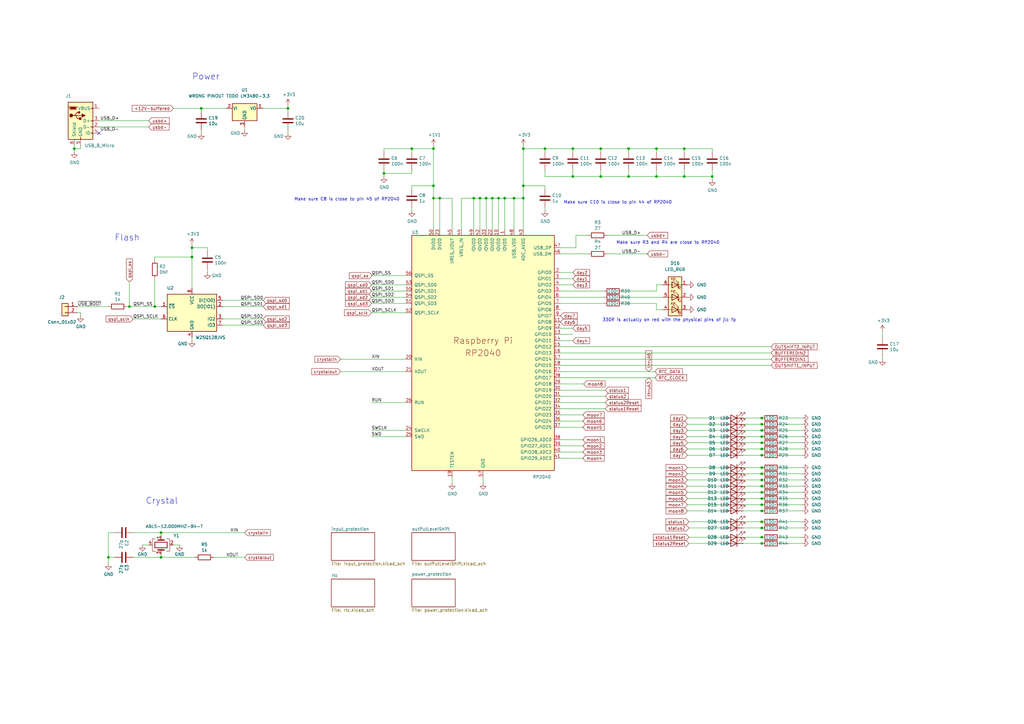
<source format=kicad_sch>
(kicad_sch (version 20211123) (generator eeschema)
  (paper "A3")
  (title_block (title "RP2040 Minimal Design Example") (date "2020-12-18") (rev "REV1") (company "Raspberry Pi (Trading) Ltd"))
  (junction (at 196.85 81.28))
  (junction (at 66.04 218.44))
  (junction (at 246.38 72.39))
  (junction (at 201.93 81.28))
  (junction (at 214.63 76.2))
  (junction (at 312.42 220.345))
  (junction (at 292.1 72.39))
  (junction (at 207.01 81.28))
  (junction (at 312.42 207.01))
  (junction (at 157.48 71.12))
  (junction (at 312.42 204.47))
  (junction (at 312.42 173.99))
  (junction (at 269.24 60.96))
  (junction (at 312.42 209.55))
  (junction (at 66.04 228.6))
  (junction (at 82.55 44.45))
  (junction (at 280.67 72.39))
  (junction (at 53.086 125.73))
  (junction (at 257.81 60.96))
  (junction (at 78.74 101.6))
  (junction (at 180.34 81.28))
  (junction (at 312.42 179.07))
  (junction (at 204.47 81.28))
  (junction (at 312.42 194.31))
  (junction (at 168.91 60.96))
  (junction (at 312.42 201.93))
  (junction (at 246.38 60.96))
  (junction (at 78.74 105.41))
  (junction (at 44.45 228.6))
  (junction (at 194.31 81.28))
  (junction (at 312.42 213.995))
  (junction (at 214.63 81.28))
  (junction (at 312.42 199.39))
  (junction (at 234.95 60.96))
  (junction (at 312.42 186.69))
  (junction (at 312.42 196.85))
  (junction (at 312.42 181.61))
  (junction (at 177.8 81.28))
  (junction (at 177.8 76.2))
  (junction (at 118.11 44.45))
  (junction (at 312.42 176.53))
  (junction (at 199.39 81.28))
  (junction (at 257.81 72.39))
  (junction (at 214.63 60.96))
  (junction (at 312.42 222.885))
  (junction (at 312.42 216.535))
  (junction (at 312.42 191.77))
  (junction (at 312.42 184.15))
  (junction (at 210.82 81.28))
  (junction (at 234.95 72.39))
  (junction (at 223.52 60.96))
  (junction (at 177.8 60.96))
  (junction (at 269.24 72.39))
  (junction (at 312.42 171.45))
  (junction (at 63.5 125.73))
  (junction (at 280.67 60.96))
  (junction (at 30.48 60.96))
  (no_connect (at 40.64 54.61))
  (polyline (pts (xy 227.33 176.53) (xy 227.33 156.21)))
  (wire (pts (xy 320.04 209.55) (xy 328.93 209.55)))
  (wire (pts (xy 361.95 135.89) (xy 361.95 138.43)))
  (wire (pts (xy 54.61 130.81) (xy 66.04 130.81)))
  (wire (pts (xy 312.42 191.77) (xy 313.69 191.77)))
  (wire (pts (xy 198.12 195.58) (xy 198.12 198.12)))
  (wire (pts (xy 312.42 220.345) (xy 313.69 220.345)))
  (wire (pts (xy 304.8 222.885) (xy 312.42 222.885)))
  (wire (pts (xy 189.23 81.28) (xy 194.31 81.28)))
  (wire (pts (xy 304.8 176.53) (xy 312.42 176.53)))
  (wire (pts (xy 229.87 185.42) (xy 239.395 185.42)))
  (wire (pts (xy 304.8 201.93) (xy 312.42 201.93)))
  (wire (pts (xy 247.65 124.46) (xy 229.87 124.46)))
  (wire (pts (xy 157.48 60.96) (xy 168.91 60.96)))
  (wire (pts (xy 234.95 114.3) (xy 229.87 114.3)))
  (wire (pts (xy 248.285 162.56) (xy 229.87 162.56)))
  (wire (pts (xy 168.91 71.12) (xy 168.91 69.85)))
  (wire (pts (xy 304.8 196.85) (xy 312.42 196.85)))
  (wire (pts (xy 44.45 125.73) (xy 31.75 125.73)))
  (wire (pts (xy 234.95 62.23) (xy 234.95 60.96)))
  (wire (pts (xy 304.8 179.07) (xy 312.42 179.07)))
  (wire (pts (xy 33.02 60.96) (xy 30.48 60.96)))
  (wire (pts (xy 247.65 119.38) (xy 229.87 119.38)))
  (wire (pts (xy 312.42 216.535) (xy 313.69 216.535)))
  (wire (pts (xy 194.31 93.98) (xy 194.31 81.28)))
  (wire (pts (xy 44.45 228.6) (xy 44.45 231.14)))
  (wire (pts (xy 63.5 106.68) (xy 63.5 105.41)))
  (wire (pts (xy 85.09 110.49) (xy 85.09 111.76)))
  (wire (pts (xy 320.04 194.31) (xy 328.93 194.31)))
  (wire (pts (xy 157.48 62.23) (xy 157.48 60.96)))
  (wire (pts (xy 207.01 81.28) (xy 207.01 93.98)))
  (wire (pts (xy 312.42 176.53) (xy 313.69 176.53)))
  (wire (pts (xy 280.67 72.39) (xy 269.24 72.39)))
  (wire (pts (xy 33.02 128.27) (xy 33.02 129.54)))
  (wire (pts (xy 78.74 101.6) (xy 78.74 105.41)))
  (wire (pts (xy 180.34 93.98) (xy 180.34 81.28)))
  (wire (pts (xy 229.87 147.32) (xy 316.23 147.32)))
  (wire (pts (xy 313.69 181.61) (xy 312.42 181.61)))
  (wire (pts (xy 31.75 128.27) (xy 33.02 128.27)))
  (wire (pts (xy 257.81 72.39) (xy 246.38 72.39)))
  (wire (pts (xy 312.42 194.31) (xy 313.69 194.31)))
  (wire (pts (xy 229.87 187.96) (xy 239.395 187.96)))
  (wire (pts (xy 320.04 184.15) (xy 328.93 184.15)))
  (wire (pts (xy 320.04 173.99) (xy 328.93 173.99)))
  (wire (pts (xy 320.04 220.345) (xy 328.93 220.345)))
  (wire (pts (xy 281.94 209.55) (xy 297.18 209.55)))
  (wire (pts (xy 30.48 60.96) (xy 30.48 62.23)))
  (wire (pts (xy 177.8 60.96) (xy 177.8 76.2)))
  (wire (pts (xy 196.85 93.98) (xy 196.85 81.28)))
  (wire (pts (xy 214.63 81.28) (xy 214.63 93.98)))
  (wire (pts (xy 246.38 69.85) (xy 246.38 72.39)))
  (wire (pts (xy 281.94 196.85) (xy 297.18 196.85)))
  (wire (pts (xy 180.34 81.28) (xy 177.8 81.28)))
  (wire (pts (xy 304.8 213.995) (xy 312.42 213.995)))
  (wire (pts (xy 320.04 191.77) (xy 328.93 191.77)))
  (wire (pts (xy 118.11 44.45) (xy 118.11 43.18)))
  (wire (pts (xy 282.575 220.345) (xy 297.18 220.345)))
  (wire (pts (xy 268.605 154.94) (xy 229.87 154.94)))
  (wire (pts (xy 63.5 114.3) (xy 63.5 125.73)))
  (wire (pts (xy 196.85 81.28) (xy 199.39 81.28)))
  (wire (pts (xy 194.31 81.28) (xy 196.85 81.28)))
  (wire (pts (xy 214.63 59.69) (xy 214.63 60.96)))
  (wire (pts (xy 246.38 60.96) (xy 257.81 60.96)))
  (wire (pts (xy 282.575 216.535) (xy 297.18 216.535)))
  (wire (pts (xy 168.91 60.96) (xy 177.8 60.96)))
  (wire (pts (xy 269.24 62.23) (xy 269.24 60.96)))
  (wire (pts (xy 40.64 49.53) (xy 60.96 49.53)))
  (wire (pts (xy 257.81 69.85) (xy 257.81 72.39)))
  (wire (pts (xy 229.87 157.48) (xy 239.395 157.48)))
  (wire (pts (xy 177.8 76.2) (xy 177.8 81.28)))
  (wire (pts (xy 269.24 60.96) (xy 280.67 60.96)))
  (wire (pts (xy 304.8 184.15) (xy 312.42 184.15)))
  (wire (pts (xy 312.42 171.45) (xy 313.69 171.45)))
  (wire (pts (xy 248.285 167.64) (xy 229.87 167.64)))
  (wire (pts (xy 229.87 101.6) (xy 236.22 101.6)))
  (wire (pts (xy 234.95 72.39) (xy 223.52 72.39)))
  (wire (pts (xy 281.94 171.45) (xy 297.18 171.45)))
  (wire (pts (xy 269.24 119.38) (xy 269.24 116.84)))
  (wire (pts (xy 33.02 59.69) (xy 33.02 60.96)))
  (wire (pts (xy 292.1 72.39) (xy 292.1 73.66)))
  (wire (pts (xy 139.7 152.4) (xy 166.37 152.4)))
  (wire (pts (xy 229.87 149.86) (xy 316.23 149.86)))
  (wire (pts (xy 168.91 62.23) (xy 168.91 60.96)))
  (wire (pts (xy 229.87 104.14) (xy 241.3 104.14)))
  (wire (pts (xy 66.04 228.6) (xy 80.01 228.6)))
  (wire (pts (xy 234.95 137.16) (xy 229.87 137.16)))
  (wire (pts (xy 139.7 147.32) (xy 166.37 147.32)))
  (wire (pts (xy 214.63 60.96) (xy 223.52 60.96)))
  (wire (pts (xy 44.45 218.44) (xy 44.45 228.6)))
  (wire (pts (xy 46.99 218.44) (xy 44.45 218.44)))
  (wire (pts (xy 304.8 207.01) (xy 312.42 207.01)))
  (wire (pts (xy 82.55 53.34) (xy 82.55 54.61)))
  (wire (pts (xy 168.91 77.47) (xy 168.91 76.2)))
  (wire (pts (xy 304.8 209.55) (xy 312.42 209.55)))
  (wire (pts (xy 312.42 201.93) (xy 313.69 201.93)))
  (wire (pts (xy 281.94 173.99) (xy 297.18 173.99)))
  (wire (pts (xy 223.52 60.96) (xy 234.95 60.96)))
  (wire (pts (xy 236.22 96.52) (xy 236.22 101.6)))
  (wire (pts (xy 257.81 60.96) (xy 269.24 60.96)))
  (wire (pts (xy 304.8 181.61) (xy 312.42 181.61)))
  (wire (pts (xy 229.87 175.26) (xy 239.395 175.26)))
  (wire (pts (xy 185.42 81.28) (xy 180.34 81.28)))
  (wire (pts (xy 166.37 113.03) (xy 152.4 113.03)))
  (wire (pts (xy 223.52 77.47) (xy 223.52 76.2)))
  (wire (pts (xy 247.65 121.92) (xy 229.87 121.92)))
  (wire (pts (xy 255.27 121.92) (xy 271.78 121.92)))
  (wire (pts (xy 320.04 181.61) (xy 328.93 181.61)))
  (wire (pts (xy 280.67 72.39) (xy 292.1 72.39)))
  (wire (pts (xy 269.24 72.39) (xy 257.81 72.39)))
  (wire (pts (xy 229.87 182.88) (xy 239.395 182.88)))
  (wire (pts (xy 53.086 125.73) (xy 63.5 125.73)))
  (wire (pts (xy 53.086 115.57) (xy 53.086 125.73)))
  (wire (pts (xy 223.52 62.23) (xy 223.52 60.96)))
  (wire (pts (xy 304.8 186.69) (xy 312.42 186.69)))
  (wire (pts (xy 199.39 81.28) (xy 201.93 81.28)))
  (wire (pts (xy 234.95 111.76) (xy 229.87 111.76)))
  (wire (pts (xy 223.52 85.09) (xy 223.52 86.36)))
  (wire (pts (xy 281.94 201.93) (xy 297.18 201.93)))
  (wire (pts (xy 201.93 81.28) (xy 204.47 81.28)))
  (wire (pts (xy 152.4 119.38) (xy 166.37 119.38)))
  (wire (pts (xy 292.1 62.23) (xy 292.1 60.96)))
  (wire (pts (xy 166.37 176.53) (xy 152.4 176.53)))
  (wire (pts (xy 207.01 81.28) (xy 210.82 81.28)))
  (wire (pts (xy 257.81 62.23) (xy 257.81 60.96)))
  (wire (pts (xy 248.92 96.52) (xy 265.43 96.52)))
  (wire (pts (xy 312.42 186.69) (xy 313.69 186.69)))
  (wire (pts (xy 234.95 69.85) (xy 234.95 72.39)))
  (wire (pts (xy 229.87 172.72) (xy 239.395 172.72)))
  (wire (pts (xy 185.42 93.98) (xy 185.42 81.28)))
  (wire (pts (xy 85.09 101.6) (xy 78.74 101.6)))
  (wire (pts (xy 304.8 173.99) (xy 312.42 173.99)))
  (wire (pts (xy 168.91 85.09) (xy 168.91 86.36)))
  (wire (pts (xy 177.8 59.69) (xy 177.8 60.96)))
  (wire (pts (xy 312.42 179.07) (xy 313.69 179.07)))
  (wire (pts (xy 91.44 123.19) (xy 107.95 123.19)))
  (wire (pts (xy 157.48 71.12) (xy 168.91 71.12)))
  (wire (pts (xy 152.4 121.92) (xy 166.37 121.92)))
  (wire (pts (xy 66.04 219.71) (xy 66.04 218.44)))
  (wire (pts (xy 255.27 119.38) (xy 269.24 119.38)))
  (wire (pts (xy 210.82 93.98) (xy 210.82 81.28)))
  (wire (pts (xy 91.44 125.73) (xy 107.95 125.73)))
  (wire (pts (xy 152.4 124.46) (xy 166.37 124.46)))
  (wire (pts (xy 229.87 170.18) (xy 239.395 170.18)))
  (wire (pts (xy 271.78 116.84) (xy 269.24 116.84)))
  (wire (pts (xy 82.55 44.45) (xy 92.71 44.45)))
  (wire (pts (xy 281.94 184.15) (xy 297.18 184.15)))
  (wire (pts (xy 91.44 133.35) (xy 107.95 133.35)))
  (wire (pts (xy 100.33 52.07) (xy 100.33 53.34)))
  (wire (pts (xy 282.575 213.995) (xy 297.18 213.995)))
  (wire (pts (xy 304.8 191.77) (xy 312.42 191.77)))
  (wire (pts (xy 304.8 194.31) (xy 312.42 194.31)))
  (wire (pts (xy 269.24 127) (xy 269.24 124.46)))
  (wire (pts (xy 320.04 216.535) (xy 328.93 216.535)))
  (wire (pts (xy 361.95 146.05) (xy 361.95 147.32)))
  (wire (pts (xy 280.67 69.85) (xy 280.67 72.39)))
  (wire (pts (xy 107.95 44.45) (xy 118.11 44.45)))
  (wire (pts (xy 58.42 223.52) (xy 60.96 223.52)))
  (wire (pts (xy 246.38 62.23) (xy 246.38 60.96)))
  (wire (pts (xy 166.37 165.1) (xy 152.4 165.1)))
  (wire (pts (xy 204.47 81.28) (xy 207.01 81.28)))
  (wire (pts (xy 234.95 116.84) (xy 229.87 116.84)))
  (wire (pts (xy 312.42 222.885) (xy 313.69 222.885)))
  (wire (pts (xy 281.94 176.53) (xy 297.18 176.53)))
  (wire (pts (xy 280.67 62.23) (xy 280.67 60.96)))
  (wire (pts (xy 292.1 69.85) (xy 292.1 72.39)))
  (wire (pts (xy 168.91 76.2) (xy 177.8 76.2)))
  (wire (pts (xy 118.11 45.72) (xy 118.11 44.45)))
  (wire (pts (xy 268.605 152.4) (xy 229.87 152.4)))
  (wire (pts (xy 210.82 81.28) (xy 214.63 81.28)))
  (wire (pts (xy 46.99 228.6) (xy 44.45 228.6)))
  (wire (pts (xy 54.61 228.6) (xy 66.04 228.6)))
  (wire (pts (xy 73.66 223.52) (xy 71.12 223.52)))
  (wire (pts (xy 91.44 130.81) (xy 107.95 130.81)))
  (wire (pts (xy 82.55 45.72) (xy 82.55 44.45)))
  (wire (pts (xy 214.63 76.2) (xy 214.63 81.28)))
  (wire (pts (xy 271.78 127) (xy 269.24 127)))
  (wire (pts (xy 281.94 191.77) (xy 297.18 191.77)))
  (wire (pts (xy 312.42 213.995) (xy 313.69 213.995)))
  (wire (pts (xy 78.74 100.33) (xy 78.74 101.6)))
  (wire (pts (xy 320.04 179.07) (xy 328.93 179.07)))
  (wire (pts (xy 52.07 125.73) (xy 53.086 125.73)))
  (wire (pts (xy 78.74 138.43) (xy 78.74 139.7)))
  (wire (pts (xy 281.94 194.31) (xy 297.18 194.31)))
  (wire (pts (xy 320.04 204.47) (xy 328.93 204.47)))
  (wire (pts (xy 185.42 195.58) (xy 185.42 198.12)))
  (wire (pts (xy 320.04 176.53) (xy 328.93 176.53)))
  (wire (pts (xy 304.8 171.45) (xy 312.42 171.45)))
  (wire (pts (xy 320.04 186.69) (xy 328.93 186.69)))
  (wire (pts (xy 201.93 93.98) (xy 201.93 81.28)))
  (wire (pts (xy 320.04 196.85) (xy 328.93 196.85)))
  (wire (pts (xy 189.23 93.98) (xy 189.23 81.28)))
  (wire (pts (xy 281.94 186.69) (xy 297.18 186.69)))
  (wire (pts (xy 304.8 204.47) (xy 312.42 204.47)))
  (wire (pts (xy 85.09 102.87) (xy 85.09 101.6)))
  (wire (pts (xy 234.95 139.7) (xy 229.87 139.7)))
  (wire (pts (xy 312.42 207.01) (xy 313.69 207.01)))
  (wire (pts (xy 313.69 204.47) (xy 312.42 204.47)))
  (wire (pts (xy 229.87 180.34) (xy 239.395 180.34)))
  (wire (pts (xy 66.04 227.33) (xy 66.04 228.6)))
  (wire (pts (xy 248.92 104.14) (xy 266.065 104.14)))
  (wire (pts (xy 234.95 60.96) (xy 246.38 60.96)))
  (wire (pts (xy 199.39 93.98) (xy 199.39 81.28)))
  (wire (pts (xy 157.48 69.85) (xy 157.48 71.12)))
  (wire (pts (xy 157.48 71.12) (xy 157.48 72.39)))
  (wire (pts (xy 118.11 53.34) (xy 118.11 54.61)))
  (wire (pts (xy 229.87 142.24) (xy 316.23 142.24)))
  (wire (pts (xy 282.575 222.885) (xy 297.18 222.885)))
  (wire (pts (xy 281.94 181.61) (xy 297.18 181.61)))
  (wire (pts (xy 280.67 60.96) (xy 292.1 60.96)))
  (wire (pts (xy 30.48 59.69) (xy 30.48 60.96)))
  (wire (pts (xy 320.04 213.995) (xy 328.93 213.995)))
  (wire (pts (xy 204.47 93.98) (xy 204.47 81.28)))
  (wire (pts (xy 304.8 220.345) (xy 312.42 220.345)))
  (wire (pts (xy 320.04 222.885) (xy 328.93 222.885)))
  (wire (pts (xy 63.5 105.41) (xy 78.74 105.41)))
  (wire (pts (xy 246.38 72.39) (xy 234.95 72.39)))
  (wire (pts (xy 281.94 204.47) (xy 297.18 204.47)))
  (wire (pts (xy 78.74 105.41) (xy 78.74 118.11)))
  (wire (pts (xy 312.42 184.15) (xy 313.69 184.15)))
  (wire (pts (xy 248.285 160.02) (xy 229.87 160.02)))
  (wire (pts (xy 320.04 207.01) (xy 328.93 207.01)))
  (wire (pts (xy 281.94 179.07) (xy 297.18 179.07)))
  (wire (pts (xy 304.8 216.535) (xy 312.42 216.535)))
  (wire (pts (xy 269.24 69.85) (xy 269.24 72.39)))
  (wire (pts (xy 248.285 165.1) (xy 229.87 165.1)))
  (wire (pts (xy 54.61 218.44) (xy 66.04 218.44)))
  (wire (pts (xy 320.04 201.93) (xy 328.93 201.93)))
  (wire (pts (xy 177.8 81.28) (xy 177.8 93.98)))
  (wire (pts (xy 229.87 144.78) (xy 316.23 144.78)))
  (wire (pts (xy 71.12 44.45) (xy 82.55 44.45)))
  (wire (pts (xy 236.22 96.52) (xy 241.3 96.52)))
  (wire (pts (xy 281.94 207.01) (xy 297.18 207.01)))
  (wire (pts (xy 320.04 199.39) (xy 328.93 199.39)))
  (wire (pts (xy 223.52 69.85) (xy 223.52 72.39)))
  (wire (pts (xy 255.27 124.46) (xy 269.24 124.46)))
  (wire (pts (xy 320.04 171.45) (xy 328.93 171.45)))
  (wire (pts (xy 66.04 218.44) (xy 100.33 218.44)))
  (wire (pts (xy 281.94 199.39) (xy 297.18 199.39)))
  (wire (pts (xy 87.63 228.6) (xy 100.33 228.6)))
  (wire (pts (xy 40.64 52.07) (xy 60.96 52.07)))
  (wire (pts (xy 312.42 199.39) (xy 313.69 199.39)))
  (wire (pts (xy 312.42 196.85) (xy 313.69 196.85)))
  (wire (pts (xy 166.37 179.07) (xy 152.4 179.07)))
  (wire (pts (xy 166.37 128.27) (xy 152.4 128.27)))
  (wire (pts (xy 313.69 173.99) (xy 312.42 173.99)))
  (wire (pts (xy 214.63 60.96) (xy 214.63 76.2)))
  (wire (pts (xy 152.4 116.84) (xy 166.37 116.84)))
  (wire (pts (xy 304.8 199.39) (xy 312.42 199.39)))
  (wire (pts (xy 214.63 76.2) (xy 223.52 76.2)))
  (wire (pts (xy 313.69 209.55) (xy 312.42 209.55)))
  (wire (pts (xy 63.5 125.73) (xy 66.04 125.73)))
  (wire (pts (xy 234.95 134.62) (xy 229.87 134.62)))
  (text "Power" (at 78.74 33.02 0) (effects (font (size 2.54 2.54)) (justify left bottom)))
  (text "Flash" (at 46.99 99.06 0) (effects (font (size 2.54 2.54)) (justify left bottom)))
  (text "Crystal" (at 59.69 207.01 0) (effects (font (size 2.54 2.54)) (justify left bottom)))
  (text "Make sure R3 and R4 are close to RP2040" (at 252.73 100.33 0) (effects (font (size 1.27 1.27)) (justify left bottom)))
  (text "Make sure C8 is close to pin 45 of RP2040" (at 120.65 82.55 0) (effects (font (size 1.27 1.27)) (justify left bottom)))
  (text "330R is actually on red with the physical pins of jlc fp\n" (at 247.015 132.08 0) (effects (font (size 1.27 1.27)) (justify left bottom)))
  (text "Make sure C10 is close to pin 44 of RP2040" (at 231.14 83.82 0) (effects (font (size 1.27 1.27)) (justify left bottom)))
  (label "QSPI_SD0" (at 107.95 123.19 180))
  (label "USB_D-" (at 48.895 53.975 180))
  (label "QSPI_SD3" (at 152.4 124.46 0))
  (label "USB_D+" (at 262.89 96.52 180))
  (label "USB_D-" (at 262.89 104.14 180))
  (label "QSPI_SD1" (at 152.4 119.38 0))
  (label "QSPI_SCLK" (at 152.4 128.27 0))
  (label "USB_D+" (at 48.895 49.53 180))
  (label "QSPI_SD2" (at 152.4 121.92 0))
  (label "QSPI_SCLK" (at 54.61 130.81 0))
  (label "XOUT" (at 152.4 152.4 0))
  (label "QSPI_SD2" (at 107.95 130.81 180))
  (label "SWCLK" (at 152.4 176.53 0))
  (label "QSPI_SD3" (at 107.95 133.35 180))
  (label "QSPI_SS" (at 54.61 125.73 0))
  (label "XOUT" (at 97.79 228.6 180))
  (label "~{USB_BOOT}" (at 31.75 125.73 0))
  (label "XIN" (at 97.79 218.44 180))
  (label "SWD" (at 152.4 179.07 0))
  (label "QSPI_SD1" (at 107.95 125.73 180))
  (label "XIN" (at 152.4 147.32 0))
  (label "QSPI_SS" (at 152.4 113.03 0))
  (label "QSPI_SD0" (at 152.4 116.84 0))
  (label "RUN" (at 152.4 165.1 0))
  (global_label "day7" (shape input) (at 281.94 186.69 180) (property "Intersheet References" "${INTERSHEET_REFS}" (effects hide)))
  (global_label "moon2" (shape input) (at 281.94 194.31 180) (property "Intersheet References" "${INTERSHEET_REFS}" (effects hide)))
  (global_label "status1Reset" (shape input) (at 248.285 167.64 0) (property "Intersheet References" "${INTERSHEET_REFS}" (effects hide)))
  (global_label "qspi_sclk" (shape input) (at 152.4 128.27 180) (property "Intersheet References" "${INTERSHEET_REFS}" (effects hide)))
  (global_label "RTC_DATA" (shape input) (at 268.605 152.4 0) (property "Intersheet References" "${INTERSHEET_REFS}" (effects hide)))
  (global_label "+12V-buffered" (shape input) (at 71.12 44.45 180) (property "Intersheet References" "${INTERSHEET_REFS}" (effects hide)))
  (global_label "usbd+" (shape input) (at 265.43 96.52 0) (property "Intersheet References" "${INTERSHEET_REFS}" (effects hide)))
  (global_label "status2Reset" (shape input) (at 282.575 222.885 180) (property "Intersheet References" "${INTERSHEET_REFS}" (effects hide)))
  (global_label "crystalout" (shape input) (at 100.33 228.6 0) (property "Intersheet References" "${INTERSHEET_REFS}" (effects hide)))
  (global_label "day3" (shape input) (at 281.94 176.53 180) (property "Intersheet References" "${INTERSHEET_REFS}" (effects hide)))
  (global_label "qspi_sd3" (shape input) (at 107.95 133.35 0) (property "Intersheet References" "${INTERSHEET_REFS}" (effects hide)))
  (global_label "OUTSHIFT2_INPUT" (shape input) (at 316.23 142.24 0) (property "Intersheet References" "${INTERSHEET_REFS}" (effects hide)))
  (global_label "thruA6" (shape input) (at 266.065 152.4 90) (property "Intersheet References" "${INTERSHEET_REFS}" (effects hide)))
  (global_label "moon5" (shape input) (at 239.014 175.26 0) (property "Intersheet References" "${INTERSHEET_REFS}" (effects hide)))
  (global_label "status2Reset" (shape input) (at 248.285 165.1 0) (property "Intersheet References" "${INTERSHEET_REFS}" (effects hide)))
  (global_label "qspi_ss" (shape input) (at 152.654 113.03 180) (property "Intersheet References" "${INTERSHEET_REFS}" (effects hide)))
  (global_label "qspi_sd1" (shape input) (at 152.4 119.38 180) (property "Intersheet References" "${INTERSHEET_REFS}" (effects hide)))
  (global_label "moon1" (shape input) (at 239.014 180.34 0) (property "Intersheet References" "${INTERSHEET_REFS}" (effects hide)))
  (global_label "RTC_CLOCK" (shape input) (at 268.605 154.94 0) (property "Intersheet References" "${INTERSHEET_REFS}" (effects hide)))
  (global_label "qspi_sd2" (shape input) (at 152.4 121.92 180) (property "Intersheet References" "${INTERSHEET_REFS}" (effects hide)))
  (global_label "usbd-" (shape input) (at 265.43 104.14 0) (property "Intersheet References" "${INTERSHEET_REFS}" (effects hide)))
  (global_label "crystalout" (shape input) (at 139.7 152.4 180) (property "Intersheet References" "${INTERSHEET_REFS}" (effects hide)))
  (global_label "qspi_sd1" (shape input) (at 107.95 125.73 0) (property "Intersheet References" "${INTERSHEET_REFS}" (effects hide)))
  (global_label "status1" (shape input) (at 282.575 213.995 180) (property "Intersheet References" "${INTERSHEET_REFS}" (effects hide)))
  (global_label "day6" (shape input) (at 281.94 184.15 180) (property "Intersheet References" "${INTERSHEET_REFS}" (effects hide)))
  (global_label "status2" (shape input) (at 248.285 162.56 0) (property "Intersheet References" "${INTERSHEET_REFS}" (effects hide)))
  (global_label "day7" (shape input) (at 229.87 129.54 0) (property "Intersheet References" "${INTERSHEET_REFS}" (effects hide)))
  (global_label "BUFFEREDIN2" (shape input) (at 316.23 144.78 0) (property "Intersheet References" "${INTERSHEET_REFS}" (effects hide)))
  (global_label "status2" (shape input) (at 282.575 216.535 180) (property "Intersheet References" "${INTERSHEET_REFS}" (effects hide)))
  (global_label "day4" (shape input) (at 234.95 139.7 0) (property "Intersheet References" "${INTERSHEET_REFS}" (effects hide)))
  (global_label "qspi_sd3" (shape input) (at 152.4 124.46 180) (property "Intersheet References" "${INTERSHEET_REFS}" (effects hide)))
  (global_label "moon7" (shape input) (at 239.014 170.18 0) (property "Intersheet References" "${INTERSHEET_REFS}" (effects hide)))
  (global_label "crystalin" (shape input) (at 139.7 147.32 180) (property "Intersheet References" "${INTERSHEET_REFS}" (effects hide)))
  (global_label "moon2" (shape input) (at 239.014 182.88 0) (property "Intersheet References" "${INTERSHEET_REFS}" (effects hide)))
  (global_label "usbd+" (shape input) (at 60.96 49.53 0) (property "Intersheet References" "${INTERSHEET_REFS}" (effects hide)))
  (global_label "qspi_sd2" (shape input) (at 107.95 130.81 0) (property "Intersheet References" "${INTERSHEET_REFS}" (effects hide)))
  (global_label "moon8" (shape input) (at 239.395 157.48 0) (property "Intersheet References" "${INTERSHEET_REFS}" (effects hide)))
  (global_label "status1Reset" (shape input) (at 282.575 220.345 180) (property "Intersheet References" "${INTERSHEET_REFS}" (effects hide)))
  (global_label "moon8" (shape input) (at 281.94 209.55 180) (property "Intersheet References" "${INTERSHEET_REFS}" (effects hide)))
  (global_label "moon4" (shape input) (at 239.014 187.96 0) (property "Intersheet References" "${INTERSHEET_REFS}" (effects hide)))
  (global_label "day2" (shape input) (at 281.94 173.99 180) (property "Intersheet References" "${INTERSHEET_REFS}" (effects hide)))
  (global_label "OUTSHIFT1_INPUT" (shape input) (at 316.23 149.86 0) (property "Intersheet References" "${INTERSHEET_REFS}" (effects hide)))
  (global_label "day3" (shape input) (at 234.95 116.84 0) (property "Intersheet References" "${INTERSHEET_REFS}" (effects hide)))
  (global_label "usbd-" (shape input) (at 60.96 52.07 0) (property "Intersheet References" "${INTERSHEET_REFS}" (effects hide)))
  (global_label "day2" (shape input) (at 234.95 111.76 0) (property "Intersheet References" "${INTERSHEET_REFS}" (effects hide)))
  (global_label "BUFFEREDIN1" (shape input) (at 316.23 147.32 0) (property "Intersheet References" "${INTERSHEET_REFS}" (effects hide)))
  (global_label "moon5" (shape input) (at 281.94 201.93 180) (property "Intersheet References" "${INTERSHEET_REFS}" (effects hide)))
  (global_label "day1" (shape input) (at 281.94 171.45 180) (property "Intersheet References" "${INTERSHEET_REFS}" (effects hide)))
  (global_label "day5" (shape input) (at 281.94 181.61 180) (property "Intersheet References" "${INTERSHEET_REFS}" (effects hide)))
  (global_label "thruA3" (shape input) (at 266.065 154.94 270) (property "Intersheet References" "${INTERSHEET_REFS}" (effects hide)))
  (global_label "moon1" (shape input) (at 281.94 191.77 180) (property "Intersheet References" "${INTERSHEET_REFS}" (effects hide)))
  (global_label "day1" (shape input) (at 234.95 114.3 0) (property "Intersheet References" "${INTERSHEET_REFS}" (effects hide)))
  (global_label "day6" (shape input) (at 229.87 132.08 0) (property "Intersheet References" "${INTERSHEET_REFS}" (effects hide)))
  (global_label "moon6" (shape input) (at 239.014 172.72 0) (property "Intersheet References" "${INTERSHEET_REFS}" (effects hide)))
  (global_label "qspi_sd0" (shape input) (at 107.95 123.19 0) (property "Intersheet References" "${INTERSHEET_REFS}" (effects hide)))
  (global_label "day5" (shape input) (at 234.95 134.62 0) (property "Intersheet References" "${INTERSHEET_REFS}" (effects hide)))
  (global_label "qspi_sclk" (shape input) (at 54.61 130.81 180) (property "Intersheet References" "${INTERSHEET_REFS}" (effects hide)))
  (global_label "moon3" (shape input) (at 281.94 196.85 180) (property "Intersheet References" "${INTERSHEET_REFS}" (effects hide)))
  (global_label "status1" (shape input) (at 248.285 160.02 0) (property "Intersheet References" "${INTERSHEET_REFS}" (effects hide)))
  (global_label "moon4" (shape input) (at 281.94 199.39 180) (property "Intersheet References" "${INTERSHEET_REFS}" (effects hide)))
  (global_label "moon6" (shape input) (at 281.94 204.47 180) (property "Intersheet References" "${INTERSHEET_REFS}" (effects hide)))
  (global_label "moon7" (shape input) (at 281.94 207.01 180) (property "Intersheet References" "${INTERSHEET_REFS}" (effects hide)))
  (global_label "crystalin" (shape input) (at 100.33 218.44 0) (property "Intersheet References" "${INTERSHEET_REFS}" (effects hide)))
  (global_label "qspi_sd0" (shape input) (at 152.4 116.84 180) (property "Intersheet References" "${INTERSHEET_REFS}" (effects hide)))
  (global_label "day4" (shape input) (at 281.94 179.07 180) (property "Intersheet References" "${INTERSHEET_REFS}" (effects hide)))
  (global_label "moon3" (shape input) (at 239.014 185.42 0) (property "Intersheet References" "${INTERSHEET_REFS}" (effects hide)))
  (global_label "qspi_ss" (shape input) (at 53.086 115.57 90) (property "Intersheet References" "${INTERSHEET_REFS}" (effects hide)))
  (symbol (lib_id "MCU_RaspberryPi_RP2040:RP2040") (at 198.12 144.78 0) (unit 1)
    (property "Reference" "U3" (at 170.18 95.25 0))
    (property "Value" "RP2040" (at 222.25 195.58 0))
    (property "Footprint" "RP2040_minimal:RP2040-QFN-56" (effects hide))
    (property "JLC part Number" "C2040" (effects hide))
    (property "LCSC" "C2040" (effects hide))
  )
  (symbol (lib_id "Device:C") (at 50.8 218.44 270) (unit 1)
    (property "Reference" "C2" (at 51.9684 221.361 0) (effects (justify left)))
    (property "Value" "27p" (at 49.657 221.361 0) (effects (justify left)))
    (property "Footprint" "Capacitor_SMD:C_0402_1005Metric" (effects hide))
    (property "JLC part Number" "C1557" (effects hide))
    (property "LCSC" "C1557" (effects hide))
  )
  (symbol (lib_id "Device:C") (at 50.8 228.6 270) (unit 1)
    (property "Reference" "C3" (at 51.9684 231.521 0) (effects (justify left)))
    (property "Value" "27p" (at 49.657 231.521 0) (effects (justify left)))
    (property "Footprint" "Capacitor_SMD:C_0402_1005Metric" (effects hide))
    (property "JLC part Number" "C1557" (effects hide))
    (property "LCSC" "C1557" (effects hide))
  )
  (symbol (lib_id "power:GND") (at 44.45 231.14 0) (unit 1)
    (property "Reference" "#PWR06" (effects hide))
    (property "Value" "GND" (at 44.577 235.5342 0))
  )
  (symbol (lib_id "Memory_Flash:W25Q128JVS") (at 78.74 128.27 0) (unit 1)
    (property "Reference" "U2" (at 69.85 118.11 0))
    (property "Value" "W25Q128JVS" (at 86.36 138.43 0))
    (property "Footprint" "Package_SON:WSON-8-1EP_4x4mm_P0.8mm_EP2.2x3mm" (effects hide))
    (property "Datasheet" "http://www.winbond.com/resource-files/w25q128jv_dtr%20revc%2003272018%20plus.pdf" (effects hide))
    (property "JLC part Number" "C97521" (effects hide))
    (property "LCSC" "C97521" (effects hide))
  )
  (symbol (lib_id "power:+3V3") (at 78.74 100.33 0) (unit 1)
    (property "Reference" "#PWR07" (effects hide))
    (property "Value" "+3V3" (at 79.121 95.9358 0))
  )
  (symbol (lib_id "power:GND") (at 78.74 139.7 0) (unit 1)
    (property "Reference" "#PWR08" (effects hide))
    (property "Value" "GND" (at 74.93 140.97 0))
  )
  (symbol (lib_id "Device:R") (at 63.5 110.49 0) (unit 1)
    (property "Reference" "R2" (at 65.278 109.3216 0) (effects (justify left)))
    (property "Value" "DNF" (at 65.278 111.633 0) (effects (justify left)))
    (property "Footprint" "Capacitor_SMD:C_0402_1005Metric" (effects hide))
  )
  (symbol (lib_id "Device:R") (at 48.26 125.73 270) (unit 1)
    (property "Reference" "R1" (at 48.26 120.4722 90))
    (property "Value" "1k" (at 48.26 122.7836 90))
    (property "Footprint" "Capacitor_SMD:C_0402_1005Metric" (effects hide))
    (property "LCSC" "C102748" (effects hide))
  )
  (symbol (lib_id "Device:C") (at 85.09 106.68 0) (unit 1)
    (property "Reference" "C5" (at 88.011 105.5116 0) (effects (justify left)))
    (property "Value" "100n" (at 88.011 107.823 0) (effects (justify left)))
    (property "Footprint" "Capacitor_SMD:C_0402_1005Metric" (effects hide))
    (property "JLC part Number" "C1525" (effects hide))
    (property "LCSC" "C1525" (effects hide))
  )
  (symbol (lib_id "power:GND") (at 85.09 111.76 0) (unit 1)
    (property "Reference" "#PWR011" (effects hide))
    (property "Value" "GND" (at 88.9 113.03 0))
  )
  (symbol (lib_id "RP2040_minimal-rescue:USB_B_Micro-Connector") (at 33.02 49.53 0) (unit 1)
    (property "Reference" "J1" (at 29.21 39.37 0) (effects (justify right)))
    (property "Value" "USB_B_Micro" (at 46.99 59.69 0) (effects (justify right)))
    (property "Footprint" "RP2040_minimal:USB_Micro-B_Amphenol_10103594-0001LF_Horizontal_modified" (effects hide))
    (property "LCSC" "C404969" (effects hide))
  )
  (symbol (lib_id "power:GND") (at 198.12 198.12 0) (unit 1)
    (property "Reference" "#PWR016" (effects hide))
    (property "Value" "GND" (at 198.247 202.5142 0))
  )
  (symbol (lib_id "power:GND") (at 185.42 198.12 0) (unit 1)
    (property "Reference" "#PWR015" (effects hide))
    (property "Value" "GND" (at 185.547 202.5142 0))
  )
  (symbol (lib_id "Device:R") (at 245.11 96.52 270) (unit 1)
    (property "Reference" "R3" (at 245.11 91.2622 90))
    (property "Value" "27" (at 245.11 93.5736 90))
    (property "Footprint" "Capacitor_SMD:C_0402_1005Metric" (effects hide))
    (property "JLC part Number" "C25100" (effects hide))
    (property "LCSC" "C25100" (effects hide))
  )
  (symbol (lib_id "Device:R") (at 245.11 104.14 270) (unit 1)
    (property "Reference" "R4" (at 245.11 99.06 90))
    (property "Value" "27" (at 245.11 101.6 90))
    (property "Footprint" "Capacitor_SMD:C_0402_1005Metric" (effects hide))
    (property "JLC part Number" "C25100" (effects hide))
    (property "LCSC" "C25100" (effects hide))
  )
  (symbol (lib_id "power:GND") (at 30.48 62.23 0) (unit 1)
    (property "Reference" "#PWR01" (effects hide))
    (property "Value" "GND" (at 30.607 66.6242 0))
  )
  (symbol (lib_id "power:+3V3") (at 214.63 59.69 0) (unit 1)
    (property "Reference" "#PWR017" (effects hide))
    (property "Value" "+3V3" (at 215.011 55.2958 0))
  )
  (symbol (lib_id "power:+1V1") (at 177.8 59.69 0) (unit 1)
    (property "Reference" "#PWR014" (effects hide))
    (property "Value" "+1V1" (at 178.181 55.2958 0))
  )
  (symbol (lib_id "Device:C") (at 223.52 66.04 0) (unit 1)
    (property "Reference" "C9" (at 226.441 64.8716 0) (effects (justify left)))
    (property "Value" "100n" (at 226.441 67.183 0) (effects (justify left)))
    (property "Footprint" "Capacitor_SMD:C_0402_1005Metric" (effects hide))
    (property "JLC part Number" "C1525" (effects hide))
    (property "LCSC" "C1525" (effects hide))
  )
  (symbol (lib_id "Device:C") (at 234.95 66.04 0) (unit 1)
    (property "Reference" "C11" (at 237.871 64.8716 0) (effects (justify left)))
    (property "Value" "100n" (at 237.871 67.183 0) (effects (justify left)))
    (property "Footprint" "Capacitor_SMD:C_0402_1005Metric" (effects hide))
    (property "JLC part Number" "C1525" (effects hide))
    (property "LCSC" "C1525" (effects hide))
  )
  (symbol (lib_id "Device:C") (at 246.38 66.04 0) (unit 1)
    (property "Reference" "C12" (at 249.301 64.8716 0) (effects (justify left)))
    (property "Value" "100n" (at 249.301 67.183 0) (effects (justify left)))
    (property "Footprint" "Capacitor_SMD:C_0402_1005Metric" (effects hide))
    (property "JLC part Number" "C1525" (effects hide))
    (property "LCSC" "C1525" (effects hide))
  )
  (symbol (lib_id "Device:C") (at 257.81 66.04 0) (unit 1)
    (property "Reference" "C13" (at 260.731 64.8716 0) (effects (justify left)))
    (property "Value" "100n" (at 260.731 67.183 0) (effects (justify left)))
    (property "Footprint" "Capacitor_SMD:C_0402_1005Metric" (effects hide))
    (property "JLC part Number" "C1525" (effects hide))
    (property "LCSC" "C1525" (effects hide))
  )
  (symbol (lib_id "Device:C") (at 269.24 66.04 0) (unit 1)
    (property "Reference" "C14" (at 272.161 64.8716 0) (effects (justify left)))
    (property "Value" "100n" (at 272.161 67.183 0) (effects (justify left)))
    (property "Footprint" "Capacitor_SMD:C_0402_1005Metric" (effects hide))
    (property "JLC part Number" "C1525" (effects hide))
    (property "LCSC" "C1525" (effects hide))
  )
  (symbol (lib_id "Device:C") (at 280.67 66.04 0) (unit 1)
    (property "Reference" "C15" (at 283.591 64.8716 0) (effects (justify left)))
    (property "Value" "100n" (at 283.591 67.183 0) (effects (justify left)))
    (property "Footprint" "Capacitor_SMD:C_0402_1005Metric" (effects hide))
    (property "JLC part Number" "C1525" (effects hide))
    (property "LCSC" "C1525" (effects hide))
  )
  (symbol (lib_id "Device:C") (at 292.1 66.04 0) (unit 1)
    (property "Reference" "C16" (at 295.021 64.8716 0) (effects (justify left)))
    (property "Value" "100n" (at 295.021 67.183 0) (effects (justify left)))
    (property "Footprint" "Capacitor_SMD:C_0402_1005Metric" (effects hide))
    (property "JLC part Number" "C1525" (effects hide))
    (property "LCSC" "C1525" (effects hide))
  )
  (symbol (lib_id "Device:C") (at 157.48 66.04 0) (unit 1)
    (property "Reference" "C6" (at 160.401 64.8716 0) (effects (justify left)))
    (property "Value" "100n" (at 160.401 67.183 0) (effects (justify left)))
    (property "Footprint" "Capacitor_SMD:C_0402_1005Metric" (effects hide))
    (property "JLC part Number" "C1525" (effects hide))
    (property "LCSC" "C1525" (effects hide))
  )
  (symbol (lib_id "Device:C") (at 168.91 66.04 0) (unit 1)
    (property "Reference" "C7" (at 171.831 64.8716 0) (effects (justify left)))
    (property "Value" "100n" (at 171.831 67.183 0) (effects (justify left)))
    (property "Footprint" "Capacitor_SMD:C_0402_1005Metric" (effects hide))
    (property "JLC part Number" "C1525" (effects hide))
    (property "LCSC" "C1525" (effects hide))
  )
  (symbol (lib_id "Device:C") (at 168.91 81.28 0) (unit 1)
    (property "Reference" "C8" (at 171.831 80.1116 0) (effects (justify left)))
    (property "Value" "1u" (at 171.831 82.423 0) (effects (justify left)))
    (property "Footprint" "Capacitor_SMD:C_0402_1005Metric" (effects hide))
    (property "JLC part Number" "C52923" (effects hide))
    (property "LCSC" "C52923" (effects hide))
  )
  (symbol (lib_id "Device:C") (at 223.52 81.28 0) (unit 1)
    (property "Reference" "C10" (at 226.441 80.1116 0) (effects (justify left)))
    (property "Value" "1u" (at 226.441 82.423 0) (effects (justify left)))
    (property "Footprint" "Capacitor_SMD:C_0402_1005Metric" (effects hide))
    (property "JLC part Number" "C52923" (effects hide))
    (property "LCSC" "C52923" (effects hide))
  )
  (symbol (lib_id "power:GND") (at 292.1 73.66 0) (unit 1)
    (property "Reference" "#PWR023" (effects hide))
    (property "Value" "GND" (at 292.227 78.0542 0))
  )
  (symbol (lib_id "power:GND") (at 157.48 72.39 0) (unit 1)
    (property "Reference" "#PWR012" (effects hide))
    (property "Value" "GND" (at 157.607 76.7842 0))
  )
  (symbol (lib_id "power:GND") (at 168.91 86.36 0) (unit 1)
    (property "Reference" "#PWR013" (effects hide))
    (property "Value" "GND" (at 169.037 90.7542 0))
  )
  (symbol (lib_id "power:GND") (at 223.52 86.36 0) (unit 1)
    (property "Reference" "#PWR018" (effects hide))
    (property "Value" "GND" (at 223.647 90.7542 0))
  )
  (symbol (lib_id "power:GND") (at 100.33 53.34 0) (unit 1)
    (property "Reference" "#PWR05" (effects hide))
    (property "Value" "GND" (at 96.52 54.61 0))
  )
  (symbol (lib_id "power:+3V3") (at 118.11 43.18 0) (unit 1)
    (property "Reference" "#PWR09" (effects hide))
    (property "Value" "+3V3" (at 118.491 38.7858 0))
  )
  (symbol (lib_id "Device:C") (at 82.55 49.53 0) (unit 1)
    (property "Reference" "C19" (at 85.471 48.3616 0) (effects (justify left)))
    (property "Value" "10u" (at 85.471 50.673 0) (effects (justify left)))
    (property "Footprint" "Capacitor_SMD:C_0805_2012Metric" (effects hide))
    (property "JLC part Number" "C15850" (effects hide))
    (property "LCSC" "C15850" (effects hide))
  )
  (symbol (lib_id "Device:C") (at 118.11 49.53 0) (unit 1)
    (property "Reference" "C20" (at 121.031 48.3616 0) (effects (justify left)))
    (property "Value" "10u" (at 121.031 50.673 0) (effects (justify left)))
    (property "Footprint" "Capacitor_SMD:C_0805_2012Metric" (effects hide))
    (property "JLC part Number" "C15850" (effects hide))
    (property "LCSC" "C15850" (effects hide))
  )
  (symbol (lib_id "power:GND") (at 82.55 54.61 0) (unit 1)
    (property "Reference" "#PWR04" (effects hide))
    (property "Value" "GND" (at 78.74 55.88 0))
  )
  (symbol (lib_id "power:GND") (at 118.11 54.61 0) (unit 1)
    (property "Reference" "#PWR010" (effects hide))
    (property "Value" "GND" (at 114.3 55.88 0))
  )
  (symbol (lib_id "Device:R") (at 83.82 228.6 270) (unit 1)
    (property "Reference" "R5" (at 83.82 223.3422 90))
    (property "Value" "1k" (at 83.82 225.6536 90))
    (property "Footprint" "Capacitor_SMD:C_0402_1005Metric" (effects hide))
    (property "LCSC" "C102748" (effects hide))
  )
  (symbol (lib_id "Device:Crystal_GND24") (at 66.04 223.52 270) (unit 1)
    (property "Reference" "Y1" (at 71.12 219.71 90) (effects (justify left)))
    (property "Value" "ABLS-12.000MHZ-B4-T" (at 59.69 215.9 90) (effects (justify left)))
    (property "Footprint" "Crystal:Crystal_SMD_3225-4Pin_3.2x2.5mm" (effects hide))
    (property "JLC part Number" "C111117" (effects hide))
    (property "LCSC" "C111117" (effects hide))
  )
  (symbol (lib_id "power:+3V3") (at 361.95 135.89 0) (unit 1)
    (property "Reference" "#PWR024" (effects hide))
    (property "Value" "+3V3" (at 362.331 131.4958 0))
  )
  (symbol (lib_id "Device:C") (at 361.95 142.24 0) (unit 1)
    (property "Reference" "C17" (at 364.871 141.0716 0) (effects (justify left)))
    (property "Value" "10u" (at 364.871 143.383 0) (effects (justify left)))
    (property "Footprint" "Capacitor_SMD:C_0805_2012Metric" (effects hide))
    (property "JLC part Number" "C15850" (effects hide))
    (property "LCSC" "C15850" (effects hide))
  )
  (symbol (lib_id "power:GND") (at 361.95 147.32 0) (unit 1)
    (property "Reference" "#PWR025" (effects hide))
    (property "Value" "GND" (at 358.14 148.59 0))
  )
  (symbol (lib_id "Connector_Generic:Conn_01x02") (at 26.67 125.73 0) (mirror y) (unit 1)
    (property "Reference" "J2" (at 25.4 121.92 0))
    (property "Value" "Conn_01x02" (at 25.4 132.08 0))
    (property "Footprint" "Connector_PinHeader_2.54mm:PinHeader_1x02_P2.54mm_Vertical" (effects hide))
  )
  (symbol (lib_id "power:GND") (at 33.02 129.54 0) (unit 1)
    (property "Reference" "#PWR02" (effects hide))
    (property "Value" "GND" (at 33.147 133.9342 0))
  )
  (symbol (lib_id "power:GND") (at 328.93 186.69 90) (unit 1)
    (property "Reference" "#PWR0131" (effects hide))
    (property "Value" "GND" (at 332.74 186.69 90) (effects (justify right)))
  )
  (symbol (lib_id "Device:R") (at 316.23 199.39 270) (unit 1)
    (property "Reference" "R33" (at 321.31 199.39 90))
    (property "Value" "100r" (at 316.23 199.39 90))
    (property "Footprint" "Capacitor_SMD:C_0402_1005Metric" (effects hide))
    (property "JLC part Number" "C25076" (effects hide))
    (property "LCSC" "C25076" (effects hide))
  )
  (symbol (lib_id "Device:LED_RGB") (at 276.86 121.92 0) (mirror y) (unit 1)
    (property "Reference" "D16" (at 276.86 107.95 0))
    (property "Value" "LED_RGB" (at 276.86 110.49 0))
    (property "Footprint" "LED_SMD:LED_RGB_5050-6" (effects hide))
    (property "JLC part Number" "C784540" (effects hide))
    (property "LCSC" "C111658" (effects hide))
  )
  (symbol (lib_id "Device:R") (at 316.23 222.885 270) (unit 1)
    (property "Reference" "R44" (at 321.31 222.885 90))
    (property "Value" "100r" (at 316.23 222.885 90))
    (property "Footprint" "Capacitor_SMD:C_0402_1005Metric" (effects hide))
    (property "JLC part Number" "C25076" (effects hide))
    (property "LCSC" "C25076" (effects hide))
  )
  (symbol (lib_id "Device:LED") (at 300.99 213.995 180) (unit 1)
    (property "Reference" "D26" (at 292.1 213.995 0))
    (property "Value" "LED" (at 297.18 213.995 0))
    (property "Footprint" "LED_SMD:LED_0402_1005Metric" (effects hide))
    (property "JLC part Number" "C72038" (effects hide))
    (property "LCSC" "C72038" (effects hide))
  )
  (symbol (lib_id "power:GND") (at 328.93 173.99 90) (unit 1)
    (property "Reference" "#PWR0136" (effects hide))
    (property "Value" "GND" (at 332.74 173.9899 90) (effects (justify right)))
  )
  (symbol (lib_id "Device:R") (at 316.23 204.47 270) (unit 1)
    (property "Reference" "R35" (at 321.31 204.47 90))
    (property "Value" "100r" (at 316.23 204.47 90))
    (property "Footprint" "Capacitor_SMD:C_0402_1005Metric" (effects hide))
    (property "JLC part Number" "C25076" (effects hide))
    (property "LCSC" "C25076" (effects hide))
  )
  (symbol (lib_id "power:GND") (at 328.93 201.93 90) (unit 1)
    (property "Reference" "#PWR0126" (effects hide))
    (property "Value" "GND" (at 332.74 201.9299 90) (effects (justify right)))
  )
  (symbol (lib_id "power:GND") (at 328.93 207.01 90) (unit 1)
    (property "Reference" "#PWR0106" (effects hide))
    (property "Value" "GND" (at 332.74 207.0099 90) (effects (justify right)))
  )
  (symbol (lib_id "Device:R") (at 316.23 171.45 270) (unit 1)
    (property "Reference" "R23" (at 321.31 171.45 90))
    (property "Value" "100r" (at 316.23 171.45 90))
    (property "Footprint" "Capacitor_SMD:C_0402_1005Metric" (effects hide))
    (property "JLC part Number" "C25076" (effects hide))
    (property "LCSC" "C25076" (effects hide))
  )
  (symbol (lib_id "Device:LED") (at 300.99 209.55 180) (unit 1)
    (property "Reference" "D14" (at 292.1 209.55 0))
    (property "Value" "LED" (at 297.18 209.55 0))
    (property "Footprint" "LED_SMD:LED_0402_1005Metric" (effects hide))
    (property "JLC part Number" "C72038" (effects hide))
    (property "LCSC" "C72038" (effects hide))
  )
  (symbol (lib_id "Device:R") (at 316.23 194.31 270) (unit 1)
    (property "Reference" "R31" (at 321.31 194.31 90))
    (property "Value" "100r" (at 316.23 194.31 90))
    (property "Footprint" "Capacitor_SMD:C_0402_1005Metric" (effects hide))
    (property "JLC part Number" "C25076" (effects hide))
    (property "LCSC" "C25076" (effects hide))
  )
  (symbol (lib_id "power:GND") (at 328.93 196.85 90) (unit 1)
    (property "Reference" "#PWR0128" (effects hide))
    (property "Value" "GND" (at 332.74 196.8499 90) (effects (justify right)))
  )
  (symbol (lib_id "power:GND") (at 58.42 223.52 0) (unit 1)
    (property "Reference" "#PWR0148" (effects hide))
    (property "Value" "GND" (at 58.42 227.33 0))
  )
  (symbol (lib_id "Device:R") (at 316.23 220.345 270) (unit 1)
    (property "Reference" "R43" (at 321.31 220.345 90))
    (property "Value" "100r" (at 316.23 220.345 90))
    (property "Footprint" "Capacitor_SMD:C_0402_1005Metric" (effects hide))
    (property "JLC part Number" "C25076" (effects hide))
    (property "LCSC" "C25076" (effects hide))
  )
  (symbol (lib_id "power:GND") (at 328.93 216.535 90) (unit 1)
    (property "Reference" "#PWR0153" (effects hide))
    (property "Value" "GND" (at 332.74 216.5349 90) (effects (justify right)))
  )
  (symbol (lib_id "Device:LED") (at 300.99 176.53 180) (unit 1)
    (property "Reference" "D3" (at 292.1 176.53 0))
    (property "Value" "LED" (at 297.18 176.53 0))
    (property "Footprint" "LED_SMD:LED_0402_1005Metric" (effects hide))
    (property "JLC part Number" "C72038" (effects hide))
    (property "LCSC" "C72038" (effects hide))
  )
  (symbol (lib_id "Device:R") (at 316.23 196.85 270) (unit 1)
    (property "Reference" "R32" (at 321.31 196.85 90))
    (property "Value" "100r" (at 316.23 196.85 90))
    (property "Footprint" "Capacitor_SMD:C_0402_1005Metric" (effects hide))
    (property "JLC part Number" "C25076" (effects hide))
    (property "LCSC" "C25076" (effects hide))
  )
  (symbol (lib_id "Device:LED") (at 300.99 186.69 180) (unit 1)
    (property "Reference" "D7" (at 292.1 186.69 0))
    (property "Value" "LED" (at 297.18 186.69 0))
    (property "Footprint" "LED_SMD:LED_0402_1005Metric" (effects hide))
    (property "JLC part Number" "C72038" (effects hide))
    (property "LCSC" "C72038" (effects hide))
  )
  (symbol (lib_id "Device:LED") (at 300.99 216.535 180) (unit 1)
    (property "Reference" "D27" (at 292.1 216.535 0))
    (property "Value" "LED" (at 297.18 216.535 0))
    (property "Footprint" "LED_SMD:LED_0402_1005Metric" (effects hide))
    (property "JLC part Number" "C72038" (effects hide))
    (property "LCSC" "C72038" (effects hide))
  )
  (symbol (lib_id "power:GND") (at 328.93 209.55 90) (unit 1)
    (property "Reference" "#PWR0127" (effects hide))
    (property "Value" "GND" (at 332.74 209.5499 90) (effects (justify right)))
  )
  (symbol (lib_id "Device:R") (at 316.23 191.77 270) (unit 1)
    (property "Reference" "R30" (at 321.31 191.77 90))
    (property "Value" "100r" (at 316.23 191.77 90))
    (property "Footprint" "Capacitor_SMD:C_0402_1005Metric" (effects hide))
    (property "JLC part Number" "C25076" (effects hide))
    (property "LCSC" "C25076" (effects hide))
  )
  (symbol (lib_id "Device:R") (at 316.23 181.61 270) (unit 1)
    (property "Reference" "R27" (at 321.31 181.61 90))
    (property "Value" "100r" (at 316.23 181.61 90))
    (property "Footprint" "Capacitor_SMD:C_0402_1005Metric" (effects hide))
    (property "JLC part Number" "C25076" (effects hide))
    (property "LCSC" "C25076" (effects hide))
  )
  (symbol (lib_id "Device:LED") (at 300.99 184.15 180) (unit 1)
    (property "Reference" "D6" (at 292.1 184.15 0))
    (property "Value" "LED" (at 297.18 184.15 0))
    (property "Footprint" "LED_SMD:LED_0402_1005Metric" (effects hide))
    (property "JLC part Number" "C72038" (effects hide))
    (property "LCSC" "C72038" (effects hide))
  )
  (symbol (lib_id "Device:R") (at 316.23 176.53 270) (unit 1)
    (property "Reference" "R25" (at 321.31 176.53 90))
    (property "Value" "100r" (at 316.23 176.53 90))
    (property "Footprint" "Capacitor_SMD:C_0402_1005Metric" (effects hide))
    (property "JLC part Number" "C25076" (effects hide))
    (property "LCSC" "C25076" (effects hide))
  )
  (symbol (lib_id "Device:R") (at 316.23 213.995 270) (unit 1)
    (property "Reference" "R41" (at 321.31 213.995 90))
    (property "Value" "100r" (at 316.23 213.995 90))
    (property "Footprint" "Capacitor_SMD:C_0402_1005Metric" (effects hide))
    (property "JLC part Number" "C25076" (effects hide))
    (property "LCSC" "C25076" (effects hide))
  )
  (symbol (lib_id "Device:R") (at 251.46 119.38 270) (mirror x) (unit 1)
    (property "Reference" "R39" (at 256.54 119.38 90))
    (property "Value" "100r" (at 251.46 119.38 90))
    (property "Footprint" "Capacitor_SMD:C_0402_1005Metric" (effects hide))
    (property "JLC part Number" "C25076" (effects hide))
    (property "LCSC" "C25076" (effects hide))
  )
  (symbol (lib_id "Device:LED") (at 300.99 173.99 180) (unit 1)
    (property "Reference" "D2" (at 292.1 173.99 0))
    (property "Value" "LED" (at 297.18 173.99 0))
    (property "Footprint" "LED_SMD:LED_0402_1005Metric" (effects hide))
    (property "JLC part Number" "C72038" (effects hide))
    (property "LCSC" "C72038" (effects hide))
  )
  (symbol (lib_id "power:GND") (at 328.93 191.77 90) (unit 1)
    (property "Reference" "#PWR0130" (effects hide))
    (property "Value" "GND" (at 332.74 191.7699 90) (effects (justify right)))
  )
  (symbol (lib_id "power:GND") (at 328.93 204.47 90) (unit 1)
    (property "Reference" "#PWR0125" (effects hide))
    (property "Value" "GND" (at 332.74 204.4699 90) (effects (justify right)))
  )
  (symbol (lib_id "Device:LED") (at 300.99 199.39 180) (unit 1)
    (property "Reference" "D11" (at 292.1 199.39 0))
    (property "Value" "LED" (at 297.18 199.39 0))
    (property "Footprint" "LED_SMD:LED_0402_1005Metric" (effects hide))
    (property "JLC part Number" "C72038" (effects hide))
    (property "LCSC" "C72038" (effects hide))
  )
  (symbol (lib_id "Regulator_Linear:LM3480-3.3") (at 100.33 44.45 0) (unit 1)
    (property "Reference" "U1" (at 100.33 36.83 0))
    (property "Value" "WRONG PINOUT TODO LM3480-3.3" (at 93.98 39.37 0))
    (property "Footprint" "Package_TO_SOT_SMD:SOT-23" (effects hide))
    (property "Datasheet" "http://www.ti.com/lit/ds/symlink/lm3480.pdf" (effects hide))
  )
  (symbol (lib_id "power:GND") (at 328.93 199.39 90) (unit 1)
    (property "Reference" "#PWR0120" (effects hide))
    (property "Value" "GND" (at 332.74 199.3899 90) (effects (justify right)))
  )
  (symbol (lib_id "Device:R") (at 316.23 216.535 270) (unit 1)
    (property "Reference" "R42" (at 321.31 216.535 90))
    (property "Value" "100r" (at 316.23 216.535 90))
    (property "Footprint" "Capacitor_SMD:C_0402_1005Metric" (effects hide))
    (property "JLC part Number" "C25076" (effects hide))
    (property "LCSC" "C25076" (effects hide))
  )
  (symbol (lib_id "Device:LED") (at 300.99 220.345 180) (unit 1)
    (property "Reference" "D28" (at 292.1 220.345 0))
    (property "Value" "LED" (at 297.18 220.345 0))
    (property "Footprint" "LED_SMD:LED_0402_1005Metric" (effects hide))
    (property "JLC part Number" "C72038" (effects hide))
    (property "LCSC" "C72038" (effects hide))
  )
  (symbol (lib_id "Device:LED") (at 300.99 196.85 180) (unit 1)
    (property "Reference" "D10" (at 292.1 196.85 0))
    (property "Value" "LED" (at 297.18 196.85 0))
    (property "Footprint" "LED_SMD:LED_0402_1005Metric" (effects hide))
    (property "JLC part Number" "C72038" (effects hide))
    (property "LCSC" "C72038" (effects hide))
  )
  (symbol (lib_id "power:GND") (at 281.94 121.92 90) (mirror x) (unit 1)
    (property "Reference" "#PWR0147" (effects hide))
    (property "Value" "GND" (at 285.75 121.9201 90) (effects (justify right)))
  )
  (symbol (lib_id "Device:R") (at 316.23 184.15 270) (unit 1)
    (property "Reference" "R28" (at 321.31 184.15 90))
    (property "Value" "100r" (at 316.23 184.15 90))
    (property "Footprint" "Capacitor_SMD:C_0402_1005Metric" (effects hide))
    (property "JLC part Number" "C25076" (effects hide))
    (property "LCSC" "C25076" (effects hide))
  )
  (symbol (lib_id "Device:LED") (at 300.99 181.61 180) (unit 1)
    (property "Reference" "D5" (at 292.1 181.61 0))
    (property "Value" "LED" (at 297.18 181.61 0))
    (property "Footprint" "LED_SMD:LED_0402_1005Metric" (effects hide))
    (property "JLC part Number" "C72038" (effects hide))
    (property "LCSC" "C72038" (effects hide))
  )
  (symbol (lib_id "Device:LED") (at 300.99 179.07 180) (unit 1)
    (property "Reference" "D4" (at 292.1 179.07 0))
    (property "Value" "LED" (at 297.18 179.07 0))
    (property "Footprint" "LED_SMD:LED_0402_1005Metric" (effects hide))
    (property "JLC part Number" "C72038" (effects hide))
    (property "LCSC" "C72038" (effects hide))
  )
  (symbol (lib_id "Device:R") (at 316.23 207.01 270) (unit 1)
    (property "Reference" "R36" (at 321.31 207.01 90))
    (property "Value" "100r" (at 316.23 207.01 90))
    (property "Footprint" "Capacitor_SMD:C_0402_1005Metric" (effects hide))
    (property "JLC part Number" "C25076" (effects hide))
    (property "LCSC" "C25076" (effects hide))
  )
  (symbol (lib_id "power:GND") (at 281.94 127 90) (mirror x) (unit 1)
    (property "Reference" "#PWR0146" (effects hide))
    (property "Value" "GND" (at 285.75 127.0001 90) (effects (justify right)))
  )
  (symbol (lib_id "Device:R") (at 316.23 186.69 270) (unit 1)
    (property "Reference" "R29" (at 321.31 186.69 90))
    (property "Value" "100r" (at 316.23 186.69 90))
    (property "Footprint" "Capacitor_SMD:C_0402_1005Metric" (effects hide))
    (property "JLC part Number" "C25076" (effects hide))
    (property "LCSC" "C25076" (effects hide))
  )
  (symbol (lib_id "Device:R") (at 316.23 201.93 270) (unit 1)
    (property "Reference" "R34" (at 321.31 201.93 90))
    (property "Value" "100r" (at 316.23 201.93 90))
    (property "Footprint" "Capacitor_SMD:C_0402_1005Metric" (effects hide))
    (property "JLC part Number" "C25076" (effects hide))
    (property "LCSC" "C25076" (effects hide))
  )
  (symbol (lib_id "power:GND") (at 328.93 194.31 90) (unit 1)
    (property "Reference" "#PWR0129" (effects hide))
    (property "Value" "GND" (at 332.74 194.3099 90) (effects (justify right)))
  )
  (symbol (lib_id "power:GND") (at 328.93 179.07 90) (unit 1)
    (property "Reference" "#PWR0134" (effects hide))
    (property "Value" "GND" (at 332.74 179.0699 90) (effects (justify right)))
  )
  (symbol (lib_id "Device:R") (at 251.46 124.46 270) (mirror x) (unit 1)
    (property "Reference" "R38" (at 256.54 124.46 90))
    (property "Value" "100r" (at 251.46 124.46 90))
    (property "Footprint" "Capacitor_SMD:C_0402_1005Metric" (effects hide))
    (property "JLC part Number" "C25076" (effects hide))
    (property "LCSC" "C25076" (effects hide))
  )
  (symbol (lib_id "power:GND") (at 73.66 223.52 0) (unit 1)
    (property "Reference" "#PWR0149" (effects hide))
    (property "Value" "GND" (at 73.66 227.33 0))
  )
  (symbol (lib_id "Device:LED") (at 300.99 191.77 180) (unit 1)
    (property "Reference" "D8" (at 292.1 191.77 0))
    (property "Value" "LED" (at 297.18 191.77 0))
    (property "Footprint" "LED_SMD:LED_0402_1005Metric" (effects hide))
    (property "JLC part Number" "C72038" (effects hide))
    (property "LCSC" "C72038" (effects hide))
  )
  (symbol (lib_id "power:GND") (at 328.93 222.885 90) (unit 1)
    (property "Reference" "#PWR0151" (effects hide))
    (property "Value" "GND" (at 332.74 222.8849 90) (effects (justify right)))
  )
  (symbol (lib_id "power:GND") (at 328.93 181.61 90) (unit 1)
    (property "Reference" "#PWR0135" (effects hide))
    (property "Value" "GND" (at 332.74 181.6099 90) (effects (justify right)))
  )
  (symbol (lib_id "Device:LED") (at 300.99 194.31 180) (unit 1)
    (property "Reference" "D9" (at 292.1 194.31 0))
    (property "Value" "LED" (at 297.18 194.31 0))
    (property "Footprint" "LED_SMD:LED_0402_1005Metric" (effects hide))
    (property "JLC part Number" "C72038" (effects hide))
    (property "LCSC" "C72038" (effects hide))
  )
  (symbol (lib_id "Device:LED") (at 300.99 171.45 180) (unit 1)
    (property "Reference" "D1" (at 292.1 171.45 0))
    (property "Value" "LED" (at 297.18 171.45 0))
    (property "Footprint" "LED_SMD:LED_0402_1005Metric" (effects hide))
    (property "JLC part Number" "C72038" (effects hide))
    (property "LCSC" "C72038" (effects hide))
  )
  (symbol (lib_id "power:GND") (at 328.93 171.45 90) (unit 1)
    (property "Reference" "#PWR0137" (effects hide))
    (property "Value" "GND" (at 332.74 171.4499 90) (effects (justify right)))
  )
  (symbol (lib_id "Device:LED") (at 300.99 201.93 180) (unit 1)
    (property "Reference" "D12" (at 292.1 201.93 0))
    (property "Value" "LED" (at 297.18 201.93 0))
    (property "Footprint" "LED_SMD:LED_0402_1005Metric" (effects hide))
    (property "JLC part Number" "C72038" (effects hide))
    (property "LCSC" "C72038" (effects hide))
  )
  (symbol (lib_id "power:GND") (at 328.93 213.995 90) (unit 1)
    (property "Reference" "#PWR0152" (effects hide))
    (property "Value" "GND" (at 332.74 213.9949 90) (effects (justify right)))
  )
  (symbol (lib_id "power:GND") (at 328.93 220.345 90) (unit 1)
    (property "Reference" "#PWR0154" (effects hide))
    (property "Value" "GND" (at 332.74 220.3449 90) (effects (justify right)))
  )
  (symbol (lib_id "Device:R") (at 316.23 173.99 270) (unit 1)
    (property "Reference" "R24" (at 321.31 173.99 90))
    (property "Value" "100r" (at 316.23 173.99 90))
    (property "Footprint" "Capacitor_SMD:C_0402_1005Metric" (effects hide))
    (property "JLC part Number" "C25076" (effects hide))
    (property "LCSC" "C25076" (effects hide))
  )
  (symbol (lib_id "power:GND") (at 281.94 116.84 90) (mirror x) (unit 1)
    (property "Reference" "#PWR0112" (effects hide))
    (property "Value" "GND" (at 285.75 116.8401 90) (effects (justify right)))
  )
  (symbol (lib_id "Device:R") (at 316.23 179.07 270) (unit 1)
    (property "Reference" "R26" (at 321.31 179.07 90))
    (property "Value" "100r" (at 316.23 179.07 90))
    (property "Footprint" "Capacitor_SMD:C_0402_1005Metric" (effects hide))
    (property "JLC part Number" "C25076" (effects hide))
    (property "LCSC" "C25076" (effects hide))
  )
  (symbol (lib_id "Device:LED") (at 300.99 207.01 180) (unit 1)
    (property "Reference" "D15" (at 292.1 207.01 0))
    (property "Value" "LED" (at 297.18 207.01 0))
    (property "Footprint" "LED_SMD:LED_0402_1005Metric" (effects hide))
    (property "JLC part Number" "C72038" (effects hide))
    (property "LCSC" "C72038" (effects hide))
  )
  (symbol (lib_id "power:GND") (at 328.93 184.15 90) (unit 1)
    (property "Reference" "#PWR0133" (effects hide))
    (property "Value" "GND" (at 332.74 184.1499 90) (effects (justify right)))
  )
  (symbol (lib_id "Device:LED") (at 300.99 204.47 180) (unit 1)
    (property "Reference" "D13" (at 292.1 204.47 0))
    (property "Value" "LED" (at 297.18 204.47 0))
    (property "Footprint" "LED_SMD:LED_0402_1005Metric" (effects hide))
    (property "JLC part Number" "C72038" (effects hide))
    (property "LCSC" "C72038" (effects hide))
  )
  (symbol (lib_id "Device:LED") (at 300.99 222.885 180) (unit 1)
    (property "Reference" "D29" (at 292.1 222.885 0))
    (property "Value" "LED" (at 297.18 222.885 0))
    (property "Footprint" "LED_SMD:LED_0402_1005Metric" (effects hide))
    (property "JLC part Number" "C72038" (effects hide))
    (property "LCSC" "C72038" (effects hide))
  )
  (symbol (lib_id "Device:R") (at 251.46 121.92 270) (mirror x) (unit 1)
    (property "Reference" "R40" (at 256.54 121.92 90))
    (property "Value" "330r" (at 251.46 121.92 90))
    (property "Footprint" "Capacitor_SMD:C_0402_1005Metric" (effects hide))
    (property "JLC part Number" "C25104" (effects hide))
    (property "LCSC" "C25104" (effects hide))
  )
  (symbol (lib_id "power:GND") (at 328.93 176.53 90) (unit 1)
    (property "Reference" "#PWR0132" (effects hide))
    (property "Value" "GND" (at 332.74 176.5299 90) (effects (justify right)))
  )
  (symbol (lib_id "Device:R") (at 316.23 209.55 270) (unit 1)
    (property "Reference" "R37" (at 321.31 209.55 90))
    (property "Value" "100r" (at 316.23 209.55 90))
    (property "Footprint" "Capacitor_SMD:C_0402_1005Metric" (effects hide))
    (property "JLC part Number" "C25076" (effects hide))
    (property "LCSC" "C25076" (effects hide))
  )
  (sheet (at 168.91 237.49) (size 17.78 11.43) (stroke (width 0.1524))
    (property "Sheet name" "power_protection" (at 168.91 236.22 0) (effects (justify left bottom)))
    (property "Sheet file" "power_protection.kicad_sch" (at 168.91 249.5046 0) (effects (justify left top)))
  )
  (sheet (at 135.89 218.44) (size 17.78 11.43) (stroke (width 0.1524))
    (property "Sheet name" "input_protection" (at 135.89 217.7284 0) (effects (justify left bottom)))
    (property "Sheet file" "input_protection.kicad_sch" (at 135.89 230.4546 0) (effects (justify left top)))
  )
  (sheet (at 135.89 237.49) (size 17.78 11.43) (stroke (width 0.1524))
    (property "Sheet name" "rtc" (at 135.89 236.7784 0) (effects (justify left bottom)))
    (property "Sheet file" "rtc.kicad_sch" (at 135.89 249.5046 0) (effects (justify left top)))
  )
  (sheet (at 168.91 218.44) (size 17.78 11.43) (stroke (width 0.1524))
    (property "Sheet name" "outPutLevelShift" (at 168.91 217.7284 0) (effects (justify left bottom)))
    (property "Sheet file" "outPutLevelShift.kicad_sch" (at 168.91 230.4546 0) (effects (justify left top)))
  )
)
</source>
